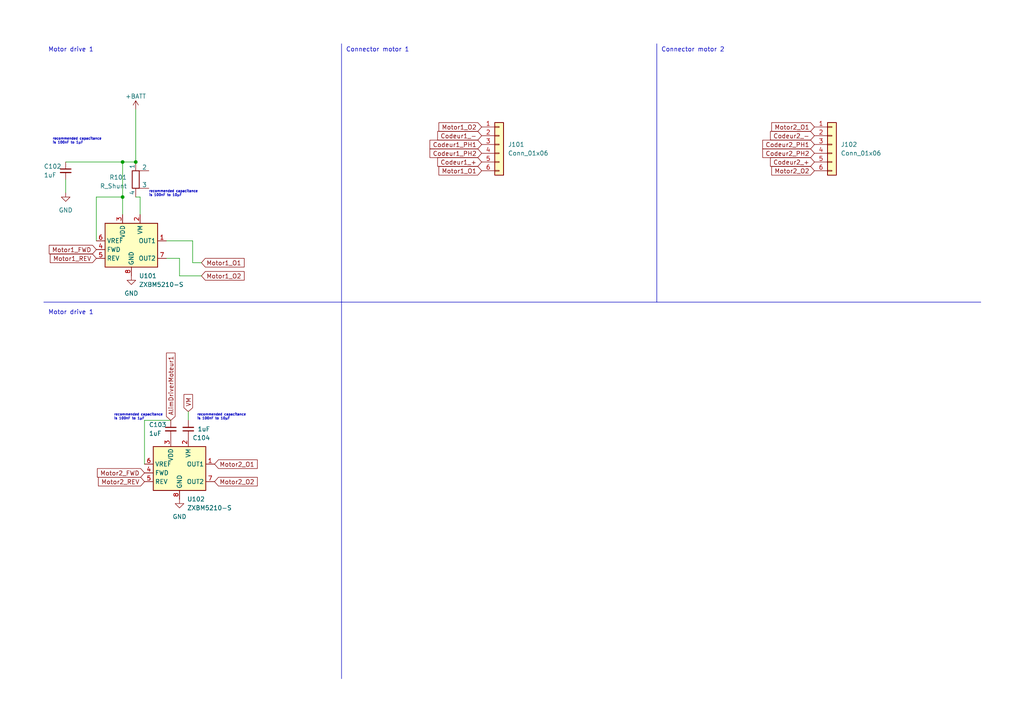
<source format=kicad_sch>
(kicad_sch (version 20230121) (generator eeschema)
  (paper "A4")
  (lib_symbols
    (symbol "Connector_Generic:Conn_01x06" (pin_names (offset 1.016) hide)
      (property "Reference" "J" (at 0 7.62 0))
      (property "Value" "Conn_01x06" (at 0 -10.16 0))
      (symbol "Conn_01x06_1_1"
        (rectangle (start -1.27 -7.493) (end 0 -7.747) (stroke (width 0.1524)))
        (rectangle (start -1.27 -4.953) (end 0 -5.207) (stroke (width 0.1524)))
        (rectangle (start -1.27 -2.413) (end 0 -2.667) (stroke (width 0.1524)))
        (rectangle (start -1.27 0.127) (end 0 -0.127) (stroke (width 0.1524)))
        (rectangle (start -1.27 2.667) (end 0 2.413) (stroke (width 0.1524)))
        (rectangle (start -1.27 5.207) (end 0 4.953) (stroke (width 0.1524)))
        (rectangle (start -1.27 6.35) (end 1.27 -8.89) (stroke (width 0.254)) (fill (type background)))
        (pin passive line (at -5.08 5.08 0) (length 3.81) (name "Pin_1") (number "1"))
        (pin passive line (at -5.08 2.54 0) (length 3.81) (name "Pin_2") (number "2"))
        (pin passive line (at -5.08 0 0) (length 3.81) (name "Pin_3") (number "3"))
        (pin passive line (at -5.08 -2.54 0) (length 3.81) (name "Pin_4") (number "4"))
        (pin passive line (at -5.08 -5.08 0) (length 3.81) (name "Pin_5") (number "5"))
        (pin passive line (at -5.08 -7.62 0) (length 3.81) (name "Pin_6") (number "6"))
      )
    )
    (symbol "Device:C_Small" (pin_numbers hide) (pin_names (offset 0.254) hide)
      (property "Reference" "C" (at 0.254 1.778 0))
      (property "Value" "C_Small" (at 0.254 -2.032 0))
      (symbol "C_Small_0_1"
        (polyline (pts (xy -1.524 -0.508) (xy 1.524 -0.508)) (stroke (width 0.3302)))
        (polyline (pts (xy -1.524 0.508) (xy 1.524 0.508)) (stroke (width 0.3048)))
      )
      (symbol "C_Small_1_1"
        (pin passive line (at 0 2.54 270) (length 2.032) (name "~") (number "1"))
        (pin passive line (at 0 -2.54 90) (length 2.032) (name "~") (number "2"))
      )
    )
    (symbol "Device:R_Shunt" (pin_numbers hide) (pin_names (offset 0))
      (property "Reference" "R" (at -4.445 0 90))
      (property "Value" "R_Shunt" (at -2.54 0 90))
      (symbol "R_Shunt_0_1"
        (rectangle (start -1.016 -2.54) (end 1.016 2.54) (stroke (width 0.254)))
        (polyline (pts (xy 0 -2.54) (xy 1.27 -2.54)))
        (polyline (pts (xy 1.27 2.54) (xy 0 2.54)))
      )
      (symbol "R_Shunt_1_1"
        (pin passive line (at 0 5.08 270) (length 2.54) (name "1") (number "1"))
        (pin passive line (at 3.81 2.54 180) (length 2.54) (name "2") (number "2"))
        (pin passive line (at 3.81 -2.54 180) (length 2.54) (name "3") (number "3"))
        (pin passive line (at 0 -5.08 90) (length 2.54) (name "4") (number "4"))
      )
    )
    (symbol "Driver_Motor:ZXBM5210-S"
      (property "Reference" "U" (at -7.62 8.89 0))
      (property "Value" "ZXBM5210-S" (at 10.16 8.89 0))
      (symbol "ZXBM5210-S_0_0"
        (pin output line (at 10.16 2.54 180) (length 2.54) (name "OUT1") (number "1"))
        (pin power_in line (at 2.54 10.16 270) (length 2.54) (name "VM") (number "2"))
        (pin power_in line (at -2.54 10.16 270) (length 2.54) (name "VDD") (number "3"))
        (pin input line (at -10.16 0 0) (length 2.54) (name "FWD") (number "4"))
        (pin input line (at -10.16 -2.54 0) (length 2.54) (name "REV") (number "5"))
        (pin input line (at -10.16 2.54 0) (length 2.54) (name "VREF") (number "6"))
        (pin output line (at 10.16 -2.54 180) (length 2.54) (name "OUT2") (number "7"))
        (pin power_in line (at 0 -7.62 90) (length 2.54) (name "GND") (number "8"))
      )
      (symbol "ZXBM5210-S_0_1"
        (rectangle (start -7.62 7.62) (end 7.62 -5.08) (stroke (width 0.254)) (fill (type background)))
      )
    )
    (symbol "power:+BATT" (power) (pin_names (offset 0))
      (property "Value" "+BATT" (at 0 3.556 0))
      (symbol "+BATT_0_1"
        (polyline (pts (xy -0.762 1.27) (xy 0 2.54)))
        (polyline (pts (xy 0 0) (xy 0 2.54)))
        (polyline (pts (xy 0 2.54) (xy 0.762 1.27)))
      )
      (symbol "+BATT_1_1"
        (pin power_in line (at 0 0 90) (length 0) hide (name "+BATT") (number "1"))
      )
    )
    (symbol "power:GND" (power) (pin_names (offset 0))
      (property "Value" "GND" (at 0 -3.81 0))
      (symbol "GND_0_1"
        (polyline (pts (xy 0 0) (xy 0 -1.27) (xy 1.27 -1.27) (xy 0 -2.54) (xy -1.27 -1.27) (xy 0 -1.27)))
      )
      (symbol "GND_1_1"
        (pin power_in line (at 0 0 270) (length 0) hide (name "GND") (number "1"))
      )
    )
  )
  (junction (at 39.37 46.99))
  (junction (at 35.56 57.15))
  (junction (at 35.56 46.99))
  (wire (pts (xy 27.94 57.15) (xy 35.56 57.15)))
  (wire (pts (xy 40.64 62.23) (xy 40.64 57.15)))
  (polyline (pts (xy 99.06 12.7) (xy 99.06 87.63)))
  (wire (pts (xy 54.61 119.38) (xy 54.61 121.92)))
  (wire (pts (xy 40.64 57.15) (xy 39.37 57.15)))
  (wire (pts (xy 41.91 121.92) (xy 41.91 134.62)))
  (wire (pts (xy 55.88 76.2) (xy 55.88 69.85)))
  (wire (pts (xy 39.37 31.75) (xy 39.37 46.99)))
  (wire (pts (xy 52.07 74.93) (xy 48.26 74.93)))
  (wire (pts (xy 35.56 46.99) (xy 19.05 46.99)))
  (wire (pts (xy 35.56 46.99) (xy 39.37 46.99)))
  (wire (pts (xy 27.94 57.15) (xy 27.94 69.85)))
  (polyline (pts (xy 99.06 87.63) (xy 99.06 196.85)))
  (wire (pts (xy 41.91 121.92) (xy 49.53 121.92)))
  (wire (pts (xy 58.42 76.2) (xy 55.88 76.2)))
  (wire (pts (xy 58.42 80.01) (xy 52.07 80.01)))
  (wire (pts (xy 19.05 55.88) (xy 19.05 52.07)))
  (wire (pts (xy 55.88 69.85) (xy 48.26 69.85)))
  (wire (pts (xy 52.07 80.01) (xy 52.07 74.93)))
  (polyline (pts (xy 12.7 87.63) (xy 284.48 87.63)))
  (wire (pts (xy 35.56 57.15) (xy 35.56 46.99)))
  (wire (pts (xy 35.56 57.15) (xy 35.56 62.23)))
  (polyline (pts (xy 190.5 12.7) (xy 190.5 87.63)))
  (text "recommended capacitance \nis 100nF to 10μF" (at 57.15 121.92 0) (effects (font (size 0.7 0.7)) (justify left bottom)))
  (text "recommended capacitance \nis 100nF to 10μF" (at 43.18 57.15 0) (effects (font (size 0.7 0.7)) (justify left bottom)))
  (text "Connector motor 1\n" (at 100.33 15.24 0) (effects (font (size 1.27 1.27)) (justify left bottom)))
  (text "Connector motor 2\n" (at 191.77 15.24 0) (effects (font (size 1.27 1.27)) (justify left bottom)))
  (text "Motor drive 1\n" (at 13.97 91.44 0) (effects (font (size 1.27 1.27)) (justify left bottom)))
  (text "recommended capacitance \nis 100nF to 1μF" (at 15.24 41.91 0) (effects (font (size 0.7 0.7)) (justify left bottom)))
  (text "recommended capacitance \nis 100nF to 1μF" (at 33.02 121.92 0) (effects (font (size 0.7 0.7)) (justify left bottom)))
  (text "Motor drive 1\n" (at 13.97 15.24 0) (effects (font (size 1.27 1.27)) (justify left bottom)))
  (global_label "Motor2_O2" (shape input) (at 62.23 139.7 0) (property "Intersheetrefs" "${INTERSHEET_REFS}" (effects hide)))
  (global_label "VM" (shape input) (at 54.61 119.38 90) (property "Intersheetrefs" "${INTERSHEET_REFS}" (effects hide)))
  (global_label "Codeur1_PH2" (shape input) (at 139.7 44.45 180) (property "Intersheetrefs" "${INTERSHEET_REFS}" (effects hide)))
  (global_label "Motor1_O2" (shape input) (at 58.42 80.01 0) (property "Intersheetrefs" "${INTERSHEET_REFS}" (effects hide)))
  (global_label "Codeur2_+" (shape input) (at 236.22 46.99 180) (property "Intersheetrefs" "${INTERSHEET_REFS}" (effects hide)))
  (global_label "Codeur1_-" (shape input) (at 139.7 39.37 180) (property "Intersheetrefs" "${INTERSHEET_REFS}" (effects hide)))
  (global_label "Motor1_FWD" (shape input) (at 27.94 72.39 180) (property "Intersheetrefs" "${INTERSHEET_REFS}" (effects hide)))
  (global_label "Codeur2_-" (shape input) (at 236.22 39.37 180) (property "Intersheetrefs" "${INTERSHEET_REFS}" (effects hide)))
  (global_label "Motor2_O2" (shape input) (at 236.22 49.53 180) (property "Intersheetrefs" "${INTERSHEET_REFS}" (effects hide)))
  (global_label "Codeur2_PH1" (shape input) (at 236.22 41.91 180) (property "Intersheetrefs" "${INTERSHEET_REFS}" (effects hide)))
  (global_label "Codeur2_PH2" (shape input) (at 236.22 44.45 180) (property "Intersheetrefs" "${INTERSHEET_REFS}" (effects hide)))
  (global_label "Motor2_O1" (shape input) (at 62.23 134.62 0) (property "Intersheetrefs" "${INTERSHEET_REFS}" (effects hide)))
  (global_label "Motor1_O2" (shape input) (at 139.7 36.83 180) (property "Intersheetrefs" "${INTERSHEET_REFS}" (effects hide)))
  (global_label "Motor1_O1" (shape input) (at 58.42 76.2 0) (property "Intersheetrefs" "${INTERSHEET_REFS}" (effects hide)))
  (global_label "AlimDriverMoteur1" (shape input) (at 49.53 121.92 90) (property "Intersheetrefs" "${INTERSHEET_REFS}" (effects hide)))
  (global_label "Motor2_REV" (shape input) (at 41.91 139.7 180) (property "Intersheetrefs" "${INTERSHEET_REFS}" (effects hide)))
  (global_label "Motor2_FWD" (shape input) (at 41.91 137.16 180) (property "Intersheetrefs" "${INTERSHEET_REFS}" (effects hide)))
  (global_label "Codeur1_PH1" (shape input) (at 139.7 41.91 180) (property "Intersheetrefs" "${INTERSHEET_REFS}" (effects hide)))
  (global_label "Motor1_O1" (shape input) (at 139.7 49.53 180) (property "Intersheetrefs" "${INTERSHEET_REFS}" (effects hide)))
  (global_label "Codeur1_+" (shape input) (at 139.7 46.99 180) (property "Intersheetrefs" "${INTERSHEET_REFS}" (effects hide)))
  (global_label "Motor1_REV" (shape input) (at 27.94 74.93 180) (property "Intersheetrefs" "${INTERSHEET_REFS}" (effects hide)))
  (global_label "Motor2_O1" (shape input) (at 236.22 36.83 180) (property "Intersheetrefs" "${INTERSHEET_REFS}" (effects hide)))
  (symbol (lib_id "Device:C_Small") (at 19.05 49.53 0) (unit 1)
    (property "Reference" "C102" (at 12.7 48.26 0) (effects (justify left)))
    (property "Value" "1uF" (at 12.7 50.7937 0) (effects (justify left)))
  )
  (symbol (lib_id "Device:C_Small") (at 54.61 124.46 180) (unit 1)
    (property "Reference" "C104" (at 60.96 126.9937 0) (effects (justify left)))
    (property "Value" "1uF" (at 60.96 124.46 0) (effects (justify left)))
  )
  (symbol (lib_id "power:+BATT") (at 39.37 31.75 0) (unit 1)
    (property "Reference" "#PWR0104" (effects hide))
    (property "Value" "+BATT" (at 39.37 27.94 0))
  )
  (symbol (lib_id "Driver_Motor:ZXBM5210-S") (at 52.07 137.16 0) (unit 1)
    (property "Reference" "U102" (at 54.2641 144.78 0) (effects (justify left)))
    (property "Value" "ZXBM5210-S" (at 54.2641 147.32 0) (effects (justify left)))
    (property "Footprint" "Package_SO:SOIC-8_3.9x4.9mm_P1.27mm" (effects hide))
    (property "Datasheet" "https://www.diodes.com/assets/Datasheets/ZXBM5210.pdf" (effects hide))
  )
  (symbol (lib_id "power:GND") (at 19.05 55.88 0) (unit 1)
    (property "Reference" "#PWR0103" (effects hide))
    (property "Value" "GND" (at 19.05 60.96 0))
  )
  (symbol (lib_id "Connector_Generic:Conn_01x06") (at 144.78 41.91 0) (unit 1)
    (property "Reference" "J101" (at 147.32 41.91 0) (effects (justify left)))
    (property "Value" "Conn_01x06" (at 147.32 44.45 0) (effects (justify left)))
  )
  (symbol (lib_id "Device:C_Small") (at 49.53 124.46 0) (unit 1)
    (property "Reference" "C103" (at 43.18 123.19 0) (effects (justify left)))
    (property "Value" "1uF" (at 43.18 125.7237 0) (effects (justify left)))
  )
  (symbol (lib_id "power:GND") (at 38.1 80.01 0) (unit 1)
    (property "Reference" "#PWR0102" (effects hide))
    (property "Value" "GND" (at 38.1 85.09 0))
  )
  (symbol (lib_id "power:GND") (at 52.07 144.78 0) (unit 1)
    (property "Reference" "#PWR0101" (effects hide))
    (property "Value" "GND" (at 52.07 149.86 0))
  )
  (symbol (lib_id "Driver_Motor:ZXBM5210-S") (at 38.1 72.39 0) (unit 1)
    (property "Reference" "U101" (at 40.2941 80.01 0) (effects (justify left)))
    (property "Value" "ZXBM5210-S" (at 40.2941 82.55 0) (effects (justify left)))
    (property "Footprint" "Package_SO:SOIC-8_3.9x4.9mm_P1.27mm" (effects hide))
    (property "Datasheet" "https://www.diodes.com/assets/Datasheets/ZXBM5210.pdf" (effects hide))
  )
  (symbol (lib_id "Device:R_Shunt") (at 39.37 52.07 0) (unit 1)
    (property "Reference" "R101" (at 36.83 51.435 0) (effects (justify right)))
    (property "Value" "R_Shunt" (at 36.83 53.975 0) (effects (justify right)))
  )
  (symbol (lib_id "Connector_Generic:Conn_01x06") (at 241.3 41.91 0) (unit 1)
    (property "Reference" "J102" (at 243.84 41.91 0) (effects (justify left)))
    (property "Value" "Conn_01x06" (at 243.84 44.45 0) (effects (justify left)))
  )
)
</source>
